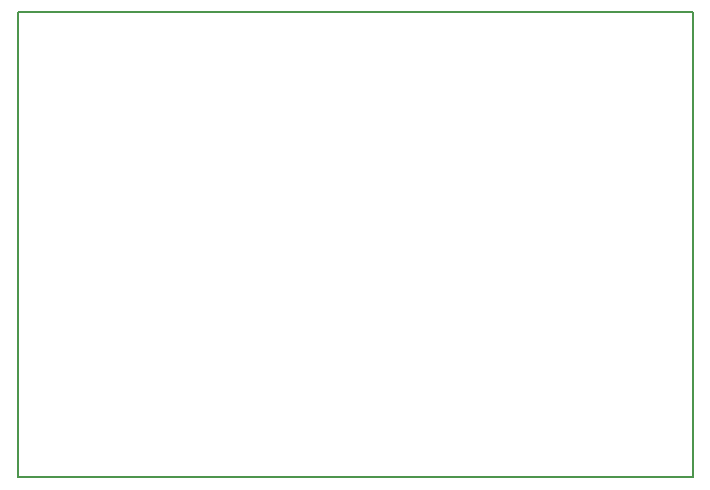
<source format=gbr>
G04 #@! TF.GenerationSoftware,KiCad,Pcbnew,(5.0.0)*
G04 #@! TF.CreationDate,2019-04-19T17:07:23-04:00*
G04 #@! TF.ProjectId,gps,6770732E6B696361645F706362000000,rev?*
G04 #@! TF.SameCoordinates,Original*
G04 #@! TF.FileFunction,Profile,NP*
%FSLAX46Y46*%
G04 Gerber Fmt 4.6, Leading zero omitted, Abs format (unit mm)*
G04 Created by KiCad (PCBNEW (5.0.0)) date 04/19/19 17:07:23*
%MOMM*%
%LPD*%
G01*
G04 APERTURE LIST*
%ADD10C,0.150000*%
G04 APERTURE END LIST*
D10*
X101600000Y-67310000D02*
X101600000Y-106680000D01*
X101727000Y-67310000D02*
X101600000Y-67310000D01*
X158750000Y-67310000D02*
X101727000Y-67310000D01*
X158750000Y-106680000D02*
X158750000Y-67310000D01*
X101600000Y-106680000D02*
X158750000Y-106680000D01*
M02*

</source>
